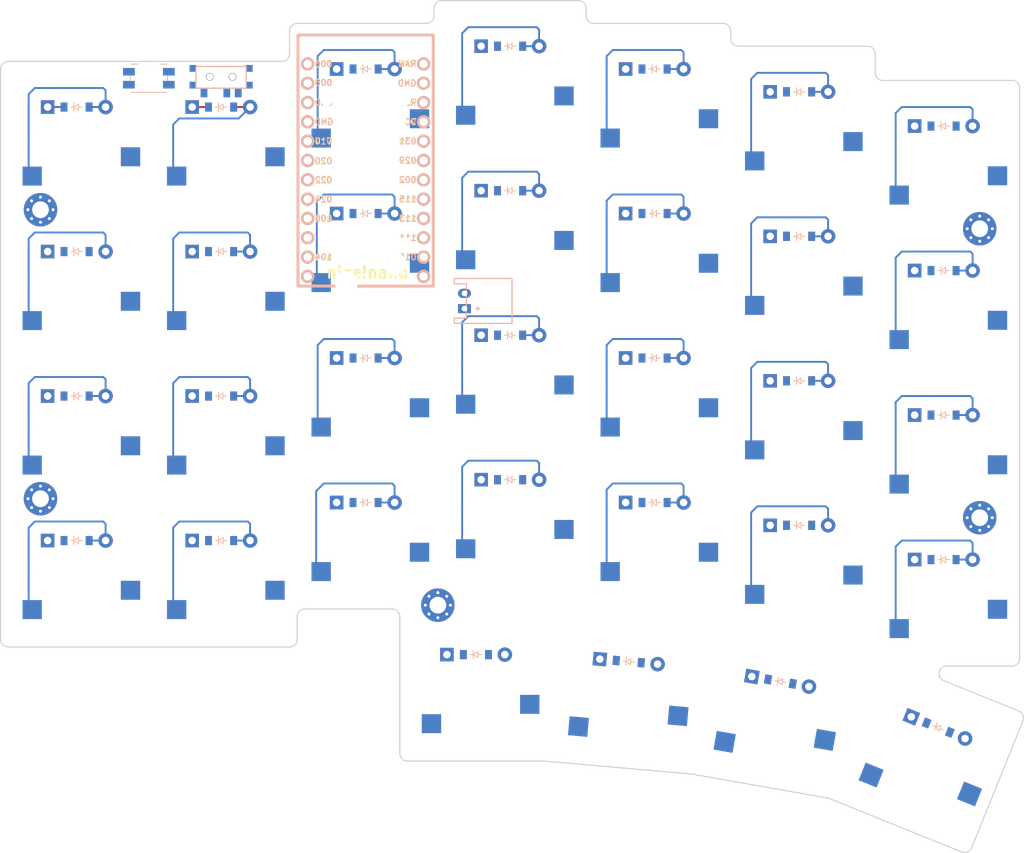
<source format=kicad_pcb>
(kicad_pcb (version 20240108) (generator "pcbnew") (generator_version "8.0")
  (title_block (title "altair") (rev "v1.0.0") (company "Unknown"))
  (layers (0 "F.Cu" signal) (31 "B.Cu" signal) (34 "B.Paste" user) (35 "F.Paste" user) (36 "B.SilkS" user "B.Silkscreen") (37 "F.SilkS" user "F.Silkscreen") (38 "B.Mask" user) (39 "F.Mask" user) (44 "Edge.Cuts" user))
  (net 0 "")
  (net 1 "left_bottom")
  (net 2 "left_home")
  (net 3 "left_top")
  (net 4 "left_num")
  (net 5 "pinky_bottom")
  (net 6 "pinky_home")
  (net 7 "pinky_top")
  (net 8 "pinky_num")
  (net 9 "ring_bottom")
  (net 10 "ring_home")
  (net 11 "ring_top")
  (net 12 "ring_num")
  (net 13 "middle_bottom")
  (net 14 "middle_home")
  (net 15 "middle_top")
  (net 16 "middle_num")
  (net 17 "index_bottom")
  (net 18 "index_home")
  (net 19 "index_top")
  (net 20 "index_num")
  (net 21 "inner_bottom")
  (net 22 "inner_home")
  (net 23 "inner_top")
  (net 24 "inner_num")
  (net 25 "right_bottom")
  (net 26 "right_home")
  (net 27 "right_top")
  (net 28 "right_num")
  (net 29 "left_thumb")
  (net 30 "home_thumb")
  (net 31 "far_thumb")
  (net 32 "out_thumb")
  (net 33 "RAW")
  (net 34 "GND")
  (net 35 "RST")
  (net 36 "VCC")
  (net 37 "P031")
  (net 38 "P029")
  (net 39 "P002")
  (net 40 "P115")
  (net 41 "P113")
  (net 42 "P111")
  (net 43 "P010")
  (net 44 "P009")
  (net 45 "P006")
  (net 46 "P008")
  (net 47 "P017")
  (net 48 "P020")
  (net 49 "P022")
  (net 50 "P024")
  (net 51 "P100")
  (net 52 "P011")
  (net 53 "P104")
  (net 54 "P106")
  (net 55 "pos")
  (footprint "E73:SPDT_C128955" (layer "F.Cu") (at 119 35.02)
    (property "Reference" "T1" (hide yes))
    (property "Value" "" (hide yes))
  )
  (footprint "ComboDiode" (layer "F.Cu") (at 195 75)
    (property "Reference" "D22" (hide yes))
    (property "Value" "" (hide yes))
  )
  (footprint "MX" (layer "F.Cu") (at 138 76 180)
    (property "Reference" "S10" (hide yes))
    (property "Value" "" (hide yes))
  )
  (footprint "MX" (layer "F.Cu") (at 195 60 180)
    (property "Reference" "S23" (hide yes))
    (property "Value" "" (hide yes))
  )
  (footprint "MX" (layer "F.Cu") (at 214 102.5 180)
    (property "Reference" "S25" (hide yes))
    (property "Value" "" (hide yes))
  )
  (footprint "MX" (layer "F.Cu") (at 100 81 180)
    (property "Reference" "S2" (hide yes))
    (property "Value" "" (hide yes))
  )
  (footprint "MX" (layer "F.Cu") (at 157 54 180)
    (property "Reference" "S15" (hide yes))
    (property "Value" "" (hide yes))
  )
  (footprint "ComboDiode" (layer "F.Cu") (at 100 96)
    (property "Reference" "D1" (hide yes))
    (property "Value" "" (hide yes))
  )
  (footprint "MX" (layer "F.Cu") (at 191.844304 118.485925 170)
    (property "Reference" "S31" (hide yes))
    (property "Value" "" (hide yes))
  )
  (footprint "MX" (layer "F.Cu") (at 214 45.5 180)
    (property "Reference" "S28" (hide yes))
    (property "Value" "" (hide yes))
  )
  (footprint "MX" (layer "F.Cu") (at 157 92 180)
    (property "Reference" "S13" (hide yes))
    (property "Value" "" (hide yes))
  )
  (footprint "nice_nano" (layer "F.Cu") (at 138 47.3 -90)
    (property "Reference" "MCU1" (hide yes))
    (property "Value" "nice_nano" (hide yes))
  )
  (footprint "MountingHole_2.2mm_M2_Pad_Via" (layer "F.Cu") (at 218.75 93)
    (property "Reference" "_5" (hide yes))
    (property "Value" "")
  )
  (footprint "MX" (layer "F.Cu") (at 100 62 180)
    (property "Reference" "S3" (hide yes))
    (property "Value" "" (hide yes))
  )
  (footprint "MX" (layer "F.Cu") (at 214 64.5 180)
    (property "Reference" "S27" (hide yes))
    (property "Value" "" (hide yes))
  )
  (footprint "ComboDiode" (layer "F.Cu") (at 192.538897 114.546694 -10)
    (property "Reference" "D31" (hide yes))
    (property "Value" "" (hide yes))
  )
  (footprint "ComboDiode" (layer "F.Cu") (at 157 88)
    (property "Reference" "D13" (hide yes))
    (property "Value" "" (hide yes))
  )
  (footprint "MX" (layer "F.Cu") (at 172.246349 115.905805 175)
    (property "Reference" "S30" (hide yes))
    (property "Value" "" (hide yes))
  )
  (footprint "MX" (layer "F.Cu") (at 119 43 180)
    (property "Reference" "S8" (hide yes))
    (property "Value" "" (hide yes))
  )
  (footprint "ComboDiode" (layer "F.Cu") (at 157 50)
    (property "Reference" "D15" (hide yes))
    (property "Value" "" (hide yes))
  )
  (footprint "MX" (layer "F.Cu") (at 138 57 180)
    (property "Reference" "S11" (hide yes))
    (property "Value" "" (hide yes))
  )
  (footprint "ComboDiode" (layer "F.Cu") (at 214 79.5)
    (property "Reference" "D26" (hide yes))
    (property "Value" "" (hide yes))
  )
  (footprint "ComboDiode" (layer "F.Cu") (at 119 58)
    (property "Reference" "D7" (hide yes))
    (property "Value" "" (hide yes))
  )
  (footprint "ComboDiode" (layer "F.Cu") (at 119 96)
    (property "Reference" "D5" (hide yes))
    (property "Value" "" (hide yes))
  )
  (footprint "ComboDiode" (layer "F.Cu") (at 157 69)
    (property "Reference" "D14" (hide yes))
    (property "Value" "" (hide yes))
  )
  (footprint "MountingHole_2.2mm_M2_Pad_Via" (layer "F.Cu") (at 147.5 104.5)
    (property "Reference" "_4" (hide yes))
    (property "Value" "")
  )
  (footprint "Panasonic_EVQPUL_EVQPUC" (layer "F.Cu") (at 109.5 35.21)
    (property "Reference" "B1" (hide yes))
    (property "Value" "Panasonic_EVQPUL_EVQPUC" (hide yes))
  )
  (footprint "ComboDiode" (layer "F.Cu") (at 214 60.5)
    (property "Reference" "D27" (hide yes))
    (property "Value" "" (hide yes))
  )
  (footprint "ComboDiode" (layer "F.Cu") (at 213.286464 120.604704 -22)
    (property "Reference" "D32" (hide yes))
    (property "Value" "" (hide yes))
  )
  (footprint "MX" (layer "F.Cu") (at 100 100 180)
    (property "Reference" "S1" (hide yes))
    (property "Value" "" (hide yes))
  )
  (footprint "MountingHole_2.2mm_M2_Pad_Via" (layer "F.Cu") (at 95.25 52.5)
    (property "Reference" "_1" (hide yes))
    (property "Value" "")
  )
  (footprint "MX" (layer "F.Cu") (at 100 43 180)
    (property "Reference" "S4" (hide yes))
    (property "Value" "" (hide yes))
  )
  (footprint "ComboDiode" (layer "F.Cu") (at 176 53)
    (property "Reference" "D19" (hide yes))
    (property "Value" "" (hide yes))
  )
  (footprint "ComboDiode" (layer "F.Cu") (at 214 98.5)
    (property "Reference" "D25" (hide yes))
    (property "Value" "" (hide yes))
  )
  (footprint "MX" (layer "F.Cu") (at 176 76 180)
    (property "Reference" "S18" (hide yes))
    (property "Value" "" (hide yes))
  )
  (footprint "MX" (layer "F.Cu") (at 195 98 180)
    (property "Reference" "S21" (hide yes))
    (property "Value" "" (hide yes))
  )
  (footprint "MX" (layer "F.Cu") (at 195 41 180)
    (property "Reference" "S24" (hide yes))
    (property "Value" "" (hide yes))
  )
  (footprint "ComboDiode" (layer "F.Cu") (at 195 56)
    (property "Reference" "D23" (hide yes))
    (property "Value" "" (hide yes))
  )
  (footprint "ComboDiode" (layer "F.Cu") (at 138 91)
    (property "Reference" "D9" (hide yes))
    (property "Value" "" (hide yes))
  )
  (footprint "ComboDiode" (layer "F.Cu") (at 138 53)
    (property "Reference" "D11" (hide yes))
    (property "Value" "" (hide yes))
  )
  (footprint "MX" (layer "F.Cu") (at 176 38 180)
    (property "Reference" "S20" (hide yes))
    (property "Value" "" (hide yes))
  )
  (footprint "MX" (layer "F.Cu") (at 152.5 115 180)
    (property "Reference" "S29" (hide yes))
    (property "Value" "" (hide yes))
  )
  (footprint "MX" (layer "F.Cu") (at 214 83.5 180)
    (property "Reference" "S26" (hide yes))
    (property "Value" "" (hide yes))
  )
  (footprint "ComboDiode" (layer "F.Cu") (at 176 34)
    (property "Reference" "D20" (hide yes))
    (property "Value" "" (hide yes))
  )
  (footprint "ComboDiode" (layer "F.Cu") (at 119 77)
    (property "Reference" "D6" (hide yes))
    (property "Value" "" (hide yes))
  )
  (footprint "MountingHole_2.2mm_M2_Pad_Via" (layer "F.Cu") (at 95.25 90.5)
    (property "Reference" "_3" (hide yes))
    (property "Value" "")
  )
  (footprint "MountingHole_2.2mm_M2_Pad_Via" (layer "F.Cu") (at 218.75 55)
    (property "Reference" "_2" (hide yes))
    (property "Value" "")
  )
  (footprint "MX" (layer "F.Cu") (at 119 62 180)
    (property "Reference" "S7" (hide yes))
    (property "Value" "" (hide yes))
  )
  (footprint "ComboDiode" (layer "F.Cu") (at 195 94)
    (property "Reference" "D21" (hide yes))
    (property "Value" "" (hide yes))
  )
  (footprint "ComboDiode" (layer "F.Cu") (at 152.5 111)
    (property "Reference" "D29" (hide yes))
    (property "Value" "" (hide yes))
  )
  (footprint "MX" (layer "F.Cu") (at 211.788038 124.31344 158)
    (property "Reference" "S32" (hide yes))
    (property "Value" "" (hide yes))
  )
  (footprint "MX" (layer "F.Cu") (at 138 95 180)
    (property "Reference" "S9" (hide yes))
    (property "Value" "" (hide yes))
  )
  (footprint "ComboDiode" (layer "F.Cu") (at 138 34)
    (property "Reference" "D12" (hide yes))
    (property "Value" "" (hide yes))
  )
  (footprint "JST_PH_S2B-PH-K_02x2.00mm_Angled" (layer "F.Cu") (at 151 64.5 90)
    (property "Reference" "JST1" (hide yes))
    (property "Value" "" (hide yes))
  )
  (footprint "MX" (layer "F.Cu") (at 119 100 180)
    (property "Reference" "S5" (hide yes))
    (property "Value" "" (hide yes))
  )
  (footprint "MX" (layer "F.Cu") (at 157 35 180)
    (property "Reference" "S16" (hide yes))
    (property "Value" "" (hide yes))
  )
  (footprint "ComboDiode" (layer "F.Cu") (at 100 58)
    (property "Reference" "D3" (hide yes))
    (property "Value" "" (hide yes))
  )
  (footprint "ComboDiode" (layer "F.Cu") (at 176 91)
    (property "Reference" "D17" (hide yes))
    (property "Value" "" (hide yes))
  )
  (footprint "ComboDiode" (layer "F.Cu") (at 100 77)
    (property "Reference" "D2" (hide yes))
    (property "Value" "" (hide yes))
  )
  (footprint "ComboDiode" (layer "F.Cu") (at 119 39)
    (property "Reference" "D8" (hide yes))
    (property "Value" "" (hide yes))
  )
  (footprint "ComboDiode" (layer "F.Cu") (at 100 39)
    (property "Reference" "D4" (hide yes))
    (property "Value" "" (hide yes))
  )
  (footprint "ComboDiode" (layer "F.Cu") (at 138 72)
    (property "Reference" "D10" (hide yes))
    (property "Value" "" (hide yes))
  )
  (footprint "MX" (layer "F.Cu") (at 119 81 180)
    (property "Reference" "S6" (hide yes))
    (property "Value" "" (hide yes))
  )
  (footprint "ComboDiode" (layer "F.Cu") (at 214 41.5)
    (property "Reference" "D28" (hide yes))
    (property "Value" "" (hide yes))
  )
  (footprint "MX" (layer "F.Cu") (at 195 79 180)
    (property "Reference" "S22" (hide yes))
    (property "Value" "" (hide yes))
  )
  (footprint "MX" (layer "F.Cu") (at 176 95 180)
    (property "Reference" "S17" (hide yes))
    (property "Value" "" (hide yes))
  )
  (footprint "ComboDiode" (layer "F.Cu") (at 157 31)
    (property "Reference" "D16" (hide yes))
    (property "Value" "" (hide yes))
  )
  (footprint "MX" (layer "F.Cu") (at 138 38 180)
    (property "Reference" "S12" (hide yes))
    (property "Value" "" (hide yes))
  )
  (footprint "MX" (layer "F.Cu") (at 157 73 180)
    (property "Reference" "S14" (hide yes))
    (property "Value" "" (hide yes))
  )
  (footprint "ComboDiode" (layer "F.Cu") (at 195 37)
    (property "Reference" "D24" (hide yes))
    (property "Value" "" (hide yes))
  )
  (footprint "ComboDiode" (layer "F.Cu") (at 172.594972 111.921026 -5)
    (property "Reference" "D30" (hide yes))
    (property "Value" "" (hide yes))
  )
  (footprint "MX" (layer "F.Cu") (at 176 57 180)
    (property "Reference" "S19" (hide yes))
    (property "Value" "" (hide yes))
  )
  (footprint "ComboDiode" (layer "F.Cu") (at 176 72)
    (property "Reference" "D18" (hide yes))
    (property "Value" "" (hide yes))
  )
  (gr_line (start 90 109) (end 90 34) (stroke (width 0.15)) (layer "Edge.Cuts"))
  (gr_line (start 206 35.5) (end 223 35.5) (stroke (width 0.15)) (layer "Edge.Cuts"))
  (gr_line (start 129 28) (end 146 28) (stroke (width 0.15)) (layer "Edge.Cuts"))
  (gr_arc (start 214.013368 114.427184) (mid 213.406348 113.309191) (end 214.387975 112.5) (stroke (width 0.15)) (layer "Edge.Cuts"))
  (gr_line (start 223.878758 118.41306) (end 214.013368 114.427184) (stroke (width 0.15)) (layer "Edge.Cuts"))
  (gr_line (start 142.5 124) (end 142.5 106) (stroke (width 0.15)) (layer "Edge.Cuts"))
  (gr_arc (start 185 28) (mid 185.707107 28.292893) (end 186 29) (stroke (width 0.15)) (layer "Edge.Cuts"))
  (gr_arc (start 128 32) (mid 127.707107 32.707107) (end 127 33) (stroke (width 0.15)) (layer "Edge.Cuts"))
  (gr_line (start 161.499834 125.003805) (end 180.751649 126.688121) (stroke (width 0.15)) (layer "Edge.Cuts"))
  (gr_arc (start 128 29) (mid 128.292893 28.292893) (end 129 28) (stroke (width 0.15)) (layer "Edge.Cuts"))
  (gr_arc (start 223.878759 118.41306) (mid 224.424657 118.949513) (end 224.431336 119.714851) (stroke (width 0.15)) (layer "Edge.Cuts"))
  (gr_arc (start 147 26) (mid 147.292893 25.292893) (end 148 25) (stroke (width 0.15)) (layer "Edge.Cuts"))
  (gr_line (start 205 34.5) (end 205 32) (stroke (width 0.15)) (layer "Edge.Cuts"))
  (gr_line (start 128 29) (end 128 32) (stroke (width 0.15)) (layer "Edge.Cuts"))
  (gr_arc (start 143.5 125) (mid 142.792893 124.707107) (end 142.5 124) (stroke (width 0.15)) (layer "Edge.Cuts"))
  (gr_arc (start 223 35.5) (mid 223.707107 35.792893) (end 224 36.5) (stroke (width 0.15)) (layer "Edge.Cuts"))
  (gr_line (start 224 111.5) (end 224 36.5) (stroke (width 0.15)) (layer "Edge.Cuts"))
  (gr_arc (start 224 111.5) (mid 223.707107 112.207107) (end 223 112.5) (stroke (width 0.15)) (layer "Edge.Cuts"))
  (gr_arc (start 217.688416 136.40416) (mid 217.151964 136.950058) (end 216.386627 136.956737) (stroke (width 0.15)) (layer "Edge.Cuts"))
  (gr_arc (start 129 109) (mid 128.707107 109.707107) (end 128 110) (stroke (width 0.15)) (layer "Edge.Cuts"))
  (gr_line (start 168 28) (end 185 28) (stroke (width 0.15)) (layer "Edge.Cuts"))
  (gr_line (start 143.5 125) (end 161.412678 125) (stroke (width 0.15)) (layer "Edge.Cuts"))
  (gr_line (start 91 33) (end 127 33) (stroke (width 0.15)) (layer "Edge.Cuts"))
  (gr_line (start 130 105) (end 141.5 105) (stroke (width 0.15)) (layer "Edge.Cuts"))
  (gr_arc (start 141.5 105) (mid 142.207107 105.292893) (end 142.5 106) (stroke (width 0.15)) (layer "Edge.Cuts"))
  (gr_arc (start 187 31) (mid 186.292893 30.707107) (end 186 30) (stroke (width 0.15)) (layer "Edge.Cuts"))
  (gr_arc (start 206 35.5) (mid 205.292893 35.207107) (end 205 34.5) (stroke (width 0.15)) (layer "Edge.Cuts"))
  (gr_arc (start 147 27) (mid 146.707107 27.707107) (end 146 28) (stroke (width 0.15)) (layer "Edge.Cuts"))
  (gr_arc (start 204 31) (mid 204.707107 31.292893) (end 205 32) (stroke (width 0.15)) (layer "Edge.Cuts"))
  (gr_arc (start 198.764077 129.860334) (mid 198.866066 129.88388) (end 198.965035 129.917958) (stroke (width 0.15)) (layer "Edge.Cuts"))
  (gr_arc (start 168 28) (mid 167.292893 27.707107) (end 167 27) (stroke (width 0.15)) (layer "Edge.Cuts"))
  (gr_line (start 198.965035 129.917958) (end 216.386627 136.956737) (stroke (width 0.15)) (layer "Edge.Cuts"))
  (gr_line (start 147 26) (end 147 27) (stroke (width 0.15)) (layer "Edge.Cuts"))
  (gr_arc (start 129 106) (mid 129.292893 105.292893) (end 130 105) (stroke (width 0.15)) (layer "Edge.Cuts"))
  (gr_line (start 186 30) (end 186 29) (stroke (width 0.15)) (layer "Edge.Cuts"))
  (gr_line (start 214.387975 112.5) (end 223 112.5) (stroke (width 0.15)) (layer "Edge.Cuts"))
  (gr_line (start 217.688417 136.40416) (end 224.431336 119.714851) (stroke (width 0.15)) (layer "Edge.Cuts"))
  (gr_arc (start 91 110) (mid 90.292893 109.707107) (end 90 109) (stroke (width 0.15)) (layer "Edge.Cuts"))
  (gr_line (start 167 27) (end 167 26) (stroke (width 0.15)) (layer "Edge.Cuts"))
  (gr_line (start 180.838142 126.699508) (end 198.764077 129.860334) (stroke (width 0.15)) (layer "Edge.Cuts"))
  (gr_arc (start 166 25) (mid 166.707107 25.292893) (end 167 26) (stroke (width 0.15)) (layer "Edge.Cuts"))
  (gr_arc (start 90 34) (mid 90.292893 33.292893) (end 91 33) (stroke (width 0.15)) (layer "Edge.Cuts"))
  (gr_line (start 91 110) (end 128 110) (stroke (width 0.15)) (layer "Edge.Cuts"))
  (gr_line (start 166 25) (end 148 25) (stroke (width 0.15)) (layer "Edge.Cuts"))
  (gr_arc (start 161.412678 125) (mid 161.456298 125.000952) (end 161.499834 125.003805) (stroke (width 0.15)) (layer "Edge.Cuts"))
  (gr_line (start 187 31) (end 204 31) (stroke (width 0.15)) (layer "Edge.Cuts"))
  (gr_line (start 129 109) (end 129 106) (stroke (width 0.15)) (layer "Edge.Cuts"))
  (gr_arc (start 180.751649 126.688121) (mid 180.79502 126.692871) (end 180.838142 126.699508) (stroke (width 0.15)) (layer "Edge.Cuts"))
  (segment (start 96.19 39) (end 98.35 39) (width 0.25) (layer "F.Cu") (net 0))
  (segment (start 115.19 39) (end 117.35 39) (width 0.25) (layer "F.Cu") (net 0))
  (segment (start 96.19 39) (end 98.35 39) (width 0.25) (layer "B.Cu") (net 0))
  (segment (start 103.5 93.5) (end 94.5 93.5) (width 0.25) (layer "B.Cu") (net 1))
  (segment (start 103.81 96) (end 103.81 93.81) (width 0.25) (layer "B.Cu") (net 1))
  (segment (start 101.65 96) (end 103.81 96) (width 0.25) (layer "B.Cu") (net 1))
  (segment (start 93.6941 104.6161) (end 94.158 105.08) (width 0.25) (layer "B.Cu") (net 1))
  (segment (start 94.5 93.5) (end 93.6941 94.3059) (width 0.25) (layer "B.Cu") (net 1))
  (segment (start 103.81 93.81) (end 103.5 93.5) (width 0.25) (layer "B.Cu") (net 1))
  (segment (start 93.6941 94.3059) (end 93.6941 104.6161) (width 0.25) (layer "B.Cu") (net 1))
  (segment (start 93.6941 85.6161) (end 94.158 86.08) (width 0.25) (layer "B.Cu") (net 2))
  (segment (start 103.5 74.5) (end 94.5 74.5) (width 0.25) (layer "B.Cu") (net 2))
  (segment (start 101.65 77) (end 103.81 77) (width 0.25) (layer "B.Cu") (net 2))
  (segment (start 93.6941 75.3059) (end 93.6941 85.6161) (width 0.25) (layer "B.Cu") (net 2))
  (segment (start 94.5 74.5) (end 93.6941 75.3059) (width 0.25) (layer "B.Cu") (net 2))
  (segment (start 103.81 74.81) (end 103.5 74.5) (width 0.25) (layer "B.Cu") (net 2))
  (segment (start 103.81 77) (end 103.81 74.81) (width 0.25) (layer "B.Cu") (net 2))
  (segment (start 103.81 58) (end 103.81 55.81) (width 0.25) (layer "B.Cu") (net 3))
  (segment (start 103.5 55.5) (end 94.5 55.5) (width 0.25) (layer "B.Cu") (net 3))
  (segment (start 94.5 55.5) (end 93.6941 56.3059) (width 0.25) (layer "B.Cu") (net 3))
  (segment (start 103.81 55.81) (end 103.5 55.5) (width 0.25) (layer "B.Cu") (net 3))
  (segment (start 93.6941 66.6161) (end 94.158 67.08) (width 0.25) (layer "B.Cu") (net 3))
  (segment (start 93.6941 56.3059) (end 93.6941 66.6161) (width 0.25) (layer "B.Cu") (net 3))
  (segment (start 101.65 39) (end 103.81 39) (width 0.25) (layer "F.Cu") (net 4))
  (segment (start 103.81 39) (end 103.81 36.81) (width 0.25) (layer "B.Cu") (net 4))
  (segment (start 93.6941 47.6161) (end 94.158 48.08) (width 0.25) (layer "B.Cu") (net 4))
  (segment (start 103.5 36.5) (end 94.5 36.5) (width 0.25) (layer "B.Cu") (net 4))
  (segment (start 103.81 36.81) (end 103.5 36.5) (width 0.25) (layer "B.Cu") (net 4))
  (segment (start 94.5 36.5) (end 93.6941 37.3059) (width 0.25) (layer "B.Cu") (net 4))
  (segment (start 101.65 39) (end 103.81 39) (width 0.25) (layer "B.Cu") (net 4))
  (segment (start 93.6941 37.3059) (end 93.6941 47.6161) (width 0.25) (layer "B.Cu") (net 4))
  (segment (start 120.65 96) (end 122.81 96) (width 0.25) (layer "B.Cu") (net 5))
  (segment (start 122.81 96) (end 122.81 93.81) (width 0.25) (layer "B.Cu") (net 5))
  (segment (start 112.6941 104.6161) (end 113.158 105.08) (width 0.25) (layer "B.Cu") (net 5))
  (segment (start 122.5 93.5) (end 113.5 93.5) (width 0.25) (layer "B.Cu") (net 5))
  (segment (start 112.6941 94.3059) (end 112.6941 104.6161) (width 0.25) (layer "B.Cu") (net 5))
  (segment (start 122.81 93.81) (end 122.5 93.5) (width 0.25) (layer "B.Cu") (net 5))
  (segment (start 113.5 93.5) (end 112.6941 94.3059) (width 0.25) (layer "B.Cu") (net 5))
  (segment (start 112.6941 85.6161) (end 113.158 86.08) (width 0.25) (layer "B.Cu") (net 6))
  (segment (start 112.6941 75.3059) (end 112.6941 85.6161) (width 0.25) (layer "B.Cu") (net 6))
  (segment (start 122.81 74.81) (end 122.5 74.5) (width 0.25) (layer "B.Cu") (net 6))
  (segment (start 122.81 77) (end 122.81 74.81) (width 0.25) (layer "B.Cu") (net 6))
  (segment (start 120.65 77) (end 122.81 77) (width 0.25) (layer "B.Cu") (net 6))
  (segment (start 113.5 74.5) (end 112.6941 75.3059) (width 0.25) (layer "B.Cu") (net 6))
  (segment (start 122.5 74.5) (end 113.5 74.5) (width 0.25) (layer "B.Cu") (net 6))
  (segment (start 122.81 58) (end 122.81 55.81) (width 0.25) (layer "B.Cu") (net 7))
  (segment (start 122.81 58) (end 120.65 58) (width 0.25) (layer "B.Cu") (net 7))
  (segment (start 112.6941 56.3059) (end 112.6941 66.6161) (width 0.25) (layer "B.Cu") (net 7))
  (segment (start 122.5 55.5) (end 113.5 55.5) (width 0.25) (layer "B.Cu") (net 7))
  (segment (start 122.81 55.81) (end 122.5 55.5) (width 0.25) (layer "B.Cu") (net 7))
  (segment (start 112.6941 66.6161) (end 113.158 67.08) (width 0.25) (layer "B.Cu") (net 7))
  (segment (start 113.5 55.5) (end 112.6941 56.3059) (width 0.25) (layer "B.Cu") (net 7))
  (segment (start 120.65 39) (end 122.81 39) (width 0.25) (layer "F.Cu") (net 8))
  (segment (start 121.31 40.5) (end 113.5 40.5) (width 0.25) (layer "B.Cu") (net 8))
  (segment (start 112.6941 47.6161) (end 113.158 48.08) (width 0.25) (layer "B.Cu") (net 8))
  (segment (start 122.81 39) (end 121.31 40.5) (width 0.25) (layer "B.Cu") (net 8))
  (segment (start 112.6941 41.3059) (end 112.6941 47.6161) (width 0.25) (layer "B.Cu") (net 8))
  (segment (start 113.5 40.5) (end 112.6941 41.3059) (width 0.25) (layer "B.Cu") (net 8))
  (segment (start 131.5 99.422) (end 132.158 100.08) (width 0.25) (layer "B.Cu") (net 9))
  (segment (start 141.81 91) (end 141.81 88.81) (width 0.25) (layer "B.Cu") (net 9))
  (segment (start 139.65 91) (end 141.81 91) (width 0.25) (layer "B.Cu") (net 9))
  (segment (start 131.5 89.5) (end 131.5 99.422) (width 0.25) (layer "B.Cu") (net 9))
  (segment (start 141.81 88.81) (end 141.5 88.5) (width 0.25) (layer "B.Cu") (net 9))
  (segment (start 132.5 88.5) (end 131.5 89.5) (width 0.25) (layer "B.Cu") (net 9))
  (segment (start 141.5 88.5) (end 132.5 88.5) (width 0.25) (layer "B.Cu") (net 9))
  (segment (start 131.6941 70.3059) (end 131.6941 80.6161) (width 0.25) (layer "B.Cu") (net 10))
  (segment (start 139.65 72) (end 141.81 72) (width 0.25) (layer "B.Cu") (net 10))
  (segment (start 141.81 72) (end 141.81 69.81) (width 0.25) (layer "B.Cu") (net 10))
  (segment (start 132.5 69.5) (end 131.6941 70.3059) (width 0.25) (layer "B.Cu") (net 10))
  (segment (start 141.81 69.81) (end 141.5 69.5) (width 0.25) (layer "B.Cu") (net 10))
  (segment (start 141.5 69.5) (end 132.5 69.5) (width 0.25) (layer "B.Cu") (net 10))
  (segment (start 131.6941 80.6161) (end 132.158 81.08) (width 0.25) (layer "B.Cu") (net 10))
  (segment (start 141.81 50.81) (end 141.5 50.5) (width 0.25) (layer "B.Cu") (net 11))
  (segment (start 141.5 50.5) (end 132.5 50.5) (width 0.25) (layer "B.Cu") (net 11))
  (segment (start 132.5 50.5) (end 131.5813 51.4187) (width 0.25) (layer "B.Cu") (net 11))
  (segment (start 139.65 53) (end 141.81 53) (width 0.25) (layer "B.Cu") (net 11))
  (segment (start 131.5813 61.5033) (end 132.158 62.08) (width 0.25) (layer "B.Cu") (net 11))
  (segment (start 131.5813 51.4187) (end 131.5813 61.5033) (width 0.25) (layer "B.Cu") (net 11))
  (segment (start 141.81 53) (end 141.81 50.81) (width 0.25) (layer "B.Cu") (net 11))
  (segment (start 131.6941 32.3059) (end 131.6941 42.6161) (width 0.25) (layer "B.Cu") (net 12))
  (segment (start 141.81 34) (end 141.81 31.81) (width 0.25) (layer "B.Cu") (net 12))
  (segment (start 131.6941 42.6161) (end 132.158 43.08) (width 0.25) (layer "B.Cu") (net 12))
  (segment (start 132.5 31.5) (end 131.6941 32.3059) (width 0.25) (layer "B.Cu") (net 12))
  (segment (start 139.65 34) (end 141.81 34) (width 0.25) (layer "B.Cu") (net 12))
  (segment (start 141.5 31.5) (end 132.5 31.5) (width 0.25) (layer "B.Cu") (net 12))
  (segment (start 141.81 31.81) (end 141.5 31.5) (width 0.25) (layer "B.Cu") (net 12))
  (segment (start 160.81 85.81) (end 160.5 85.5) (width 0.25) (layer "B.Cu") (net 13))
  (segment (start 150.6941 86.3059) (end 150.6941 96.6161) (width 0.25) (layer "B.Cu") (net 13))
  (segment (start 160.5 85.5) (end 151.5 85.5) (width 0.25) (layer "B.Cu") (net 13))
  (segment (start 150.6941 96.6161) (end 151.158 97.08) (width 0.25) (layer "B.Cu") (net 13))
  (segment (start 151.5 85.5) (end 150.6941 86.3059) (width 0.25) (layer "B.Cu") (net 13))
  (segment (start 160.81 88) (end 160.81 85.81) (width 0.25) (layer "B.Cu") (net 13))
  (segment (start 160.5 66.5) (end 151.5 66.5) (width 0.25) (layer "B.Cu") (net 14))
  (segment (start 150.6941 77.6161) (end 151.158 78.08) (width 0.25) (layer "B.Cu") (net 14))
  (segment (start 160.81 69) (end 160.81 66.81) (width 0.25) (layer "B.Cu") (net 14))
  (segment (start 151.5 66.5) (end 150.6941 67.3059) (width 0.25) (layer "B.Cu") (net 14))
  (segment (start 158.65 69) (end 160.81 69) (width 0.25) (layer "B.Cu") (net 14))
  (segment (start 160.81 66.81) (end 160.5 66.5) (width 0.25) (layer "B.Cu") (net 14))
  (segment (start 150.6941 67.3059) (end 150.6941 77.6161) (width 0.25) (layer "B.Cu") (net 14))
  (segment (start 151.5 47.5) (end 150.6941 48.3059) (width 0.25) (layer "B.Cu") (net 15))
  (segment (start 150.6941 58.6161) (end 151.158 59.08) (width 0.25) (layer "B.Cu") (net 15))
  (segment (start 158.65 50) (end 160.81 50) (width 0.25) (layer "B.Cu") (net 15))
  (segment (start 160.81 50) (end 160.81 47.81) (width 0.25) (layer "B.Cu") (net 15))
  (segment (start 160.5 47.5) (end 151.5 47.5) (width 0.25) (layer "B.Cu") (net 15))
  (segment (start 160.81 47.81) (end 160.5 47.5) (width 0.25) (layer "B.Cu") (net 15))
  (segment (start 150.6941 48.3059) (end 150.6941 58.6161) (width 0.25) (layer "B.Cu") (net 15))
  (segment (start 160.81 28.81) (end 160.5 28.5) (width 0.25) (layer "B.Cu") (net 16))
  (segment (start 160.81 31) (end 160.81 28.81) (width 0.25) (layer "B.Cu") (net 16))
  (segment (start 150.6941 39.6161) (end 151.158 40.08) (width 0.25) (layer "B.Cu") (net 16))
  (segment (start 150.6941 29.3059) (end 150.6941 39.6161) (width 0.25) (layer "B.Cu") (net 16))
  (segment (start 160.5 28.5) (end 151.5 28.5) (width 0.25) (layer "B.Cu") (net 16))
  (segment (start 151.5 28.5) (end 150.6941 29.3059) (width 0.25) (layer "B.Cu") (net 16))
  (segment (start 158.65 31) (end 160.81 31) (width 0.25) (layer "B.Cu") (net 16))
  (segment (start 179.81 88.81) (end 179.5 88.5) (width 0.25) (layer "B.Cu") (net 17))
  (segment (start 179.81 91) (end 179.81 88.81) (width 0.25) (layer "B.Cu") (net 17))
  (segment (start 179.5 88.5) (end 170.5 88.5) (width 0.25) (layer "B.Cu") (net 17))
  (segment (start 170.5 88.5) (end 169.6941 89.3059) (width 0.25) (layer "B.Cu") (net 17))
  (segment (start 177.65 91) (end 179.81 91) (width 0.25) (layer "B.Cu") (net 17))
  (segment (start 169.6941 89.3059) (end 169.6941 99.6161) (width 0.25) (layer "B.Cu") (net 17))
  (segment (start 169.6941 99.6161) (end 170.158 100.08) (width 0.25) (layer "B.Cu") (net 17))
  (segment (start 179.81 72) (end 179.81 69.81) (width 0.25) (layer "B.Cu") (net 18))
  (segment (start 169.6941 70.3059) (end 169.6941 80.6161) (width 0.25) (layer "B.Cu") (net 18))
  (segment (start 170.5 69.5) (end 169.6941 70.3059) (width 0.25) (layer "B.Cu") (net 18))
  (segment (start 177.65 72) (end 179.81 72) (width 0.25) (layer "B.Cu") (net 18))
  (segment (start 179.81 69.81) (end 179.5 69.5) (width 0.25) (layer "B.Cu") (net 18))
  (segment (start 169.6941 80.6161) (end 170.158 81.08) (width 0.25) (layer "B.Cu") (net 18))
  (segment (start 179.5 69.5) (end 170.5 69.5) (width 0.25) (layer "B.Cu") (net 18))
  (segment (start 179.81 50.81) (end 179.5 50.5) (width 0.25) (layer "B.Cu") (net 19))
  (segment (start 179.5 50.5) (end 170.5 50.5) (width 0.25) (layer "B.Cu") (net 19))
  (segment (start 169.6941 61.6161) (end 170.158 62.08) (width 0.25) (layer "B.Cu") (net 19))
  (segment (start 169.6941 51.3059) (end 169.6941 61.6161) (width 0.25) (layer "B.Cu") (net 19))
  (segment (start 170.5 50.5) (end 169.6941 51.3059) (width 0.25) (layer "B.Cu") (net 19))
  (segment (start 179.81 53) (end 179.81 50.81) (width 0.25) (layer "B.Cu") (net 19))
  (segment (start 177.65 53) (end 179.81 53) (width 0.25) (layer "B.Cu") (net 19))
  (segment (start 179.5 31.5) (end 170.5 31.5) (width 0.25) (layer "B.Cu") (net 20))
  (segment (start 169.6941 42.6161) (end 170.158 43.08) (width 0.25) (layer "B.Cu") (net 20))
  (segment (start 179.81 31.81) (end 179.5 31.5) (width 0.25) (layer "B.Cu") (net 20))
  (segment (start 169.6941 32.3059) (end 169.6941 42.6161) (width 0.25) (layer "B.Cu") (net 20))
  (segment (start 170.5 31.5) (end 169.6941 32.3059) (width 0.25) (layer "B.Cu") (net 20))
  (segment (start 179.81 34) (end 179.81 31.81) (width 0.25) (layer "B.Cu") (net 20))
  (segment (start 177.65 34) (end 179.81 34) (width 0.25) (layer "B.Cu") (net 20))
  (segment (start 198.81 91.81) (end 198.5 91.5) (width 0.25) (layer "B.Cu") (net 21))
  (segment (start 188.6941 102.6161) (end 189.158 103.08) (width 0.25) (layer "B.Cu") (net 21))
  (segment (start 198.5 91.5) (end 189.5 91.5) (width 0.25) (layer "B.Cu") (net 21))
  (segment (start 189.5 91.5) (end 188.6941 92.3059) (width 0.25) (layer "B.Cu") (net 21))
  (segment (start 198.81 94) (end 198.81 91.81) (width 0.25) (layer "B.Cu") (net 21))
  (segment (start 188.6941 92.3059) (end 188.6941 102.6161) (width 0.25) (layer "B.Cu") (net 21))
  (segment (start 198.5 72.5) (end 189.5 72.5) (width 0.25) (layer "B.Cu") (net 22))
  (segment (start 188.6941 83.6161) (end 189.158 84.08) (width 0.25) (layer "B.Cu") (net 22))
  (segment (start 188.6941 73.3059) (end 188.6941 83.6161) (width 0.25) (layer "B.Cu") (net 22))
  (segment (start 189.5 72.5) (end 188.6941 73.3059) (width 0.25) (layer "B.Cu") (net 22))
  (segment (start 198.81 75) (end 198.81 72.81) (width 0.25) (layer "B.Cu") (net 22))
  (segment (start 198.81 72.81) (end 198.5 72.5) (width 0.25) (layer "B.Cu") (net 22))
  (segment (start 196.65 75) (end 198.81 75) (width 0.25) (layer "B.Cu") (net 22))
  (segment (start 188.6941 64.6161) (end 189.158 65.08) (width 0.25) (layer "B.Cu") (net 23))
  (segment (start 198.81 53.81) (end 198.5 53.5) (width 0.25) (layer "B.Cu") (net 23))
  (segment (start 189.5 53.5) (end 188.6941 54.3059) (width 0.25) (layer "B.Cu") (net 23))
  (segment (start 196.65 56) (end 198.81 56) (width 0.25) (layer "B.Cu") (net 23))
  (segment (start 198.81 56) (end 198.81 53.81) (width 0.25) (layer "B.Cu") (net 23))
  (segment (start 188.6941 54.3059) (end 188.6941 64.6161) (width 0.25) (layer "B.Cu") (net 23))
  (segment (start 198.5 53.5) (end 189.5 53.5) (width 0.25) (layer "B.Cu") (net 23))
  (segment (start 189.5 34.5) (end 188.6941 35.3059) (width 0.25) (layer "B.Cu") (net 24))
  (segment (start 188.6941 35.3059) (end 188.6941 45.6161) (width 0.25) (layer "B.Cu") (net 24))
  (segment (start 198.81 34.81) (end 198.5 34.5) (width 0.25) (layer "B.Cu") (net 24))
  (segment (start 198.5 34.5) (end 189.5 34.5) (width 0.25) (layer "B.Cu") (net 24))
  (segment (start 196.65 37) (end 198.81 37) (width 0.25) (layer "B.Cu") (net 24))
  (segment (start 198.81 37) (end 198.81 34.81) (width 0.25) (layer "B.Cu") (net 24))
  (segment (start 188.6941 45.6161) (end 189.158 46.08) (width 0.25) (layer "B.Cu") (net 24))
  (segment (start 208.5 96) (end 207.6941 96.8059) (width 0.25) (layer "B.Cu") (net 25))
  (segment (start 215.65 98.5) (end 217.81 98.5) (width 0.25) (layer "B.Cu") (net 25))
  (segment (start 217.81 98.5) (end 217.81 96.31) (width 0.25) (layer "B.Cu") (net 25))
  (segment (start 217.5 96) (end 208.5 96) (width 0.25) (layer "B.Cu") (net 25))
  (segment (start 207.6941 107.1161) (end 208.158 107.58) (width 0.25) (layer "B.Cu") (net 25))
  (segment (start 207.6941 96.8059) (end 207.6941 107.1161) (width 0.25) (layer "B.Cu") (net 25))
  (segment (start 217.81 96.31) (end 217.5 96) (width 0.25) (layer "B.Cu") (net 25))
  (segment (start 207.6941 77.8059) (end 207.6941 88.1161) (width 0.25) (layer "B.Cu") (net 26))
  (segment (start 217.81 77.31) (end 217.5 77) (width 0.25) (layer "B.Cu") (net 26))
  (segment (start 217.5 77) (end 208.5 77) (width 0.25) (layer "B.Cu") (net 26))
  (segment (start 217.81 79.5) (end 217.81 77.31) (width 0.25) (layer "B.Cu") (net 26))
  (segment (start 215.65 79.5) (end 217.81 79.5) (width 0.25) (layer "B.Cu") (net 26))
  (segment (start 208.5 77) (end 207.6941 77.8059) (width 0.25) (layer "B.Cu") (net 26))
  (segment (start 207.6941 88.1161) (end 208.158 88.58) (width 0.25) (layer "B.Cu") (net 26))
  (segment (start 217.81 60.5) (end 217.81 58.31) (width 0.25) (layer "B.Cu") (net 27))
  (segment (start 217.5 58) (end 208.5 58) (width 0.25) (layer "B.Cu") (net 27))
  (segment (start 207.6941 69.1161) (end 208.158 69.58) (width 0.25) (layer "B.Cu") (net 27))
  (segment (start 208.5 58) (end 207.6941 58.8059) (width 0.25) (layer "B.Cu") (net 27))
  (segment (start 217.81 58.31) (end 217.5 58) (width 0.25) (layer "B.Cu") (net 27))
  (segment (start 215.65 60.5) (end 217.81 60.5) (width 0.25) (layer "B.Cu") (net 27))
  (segment (start 207.6941 58.8059) (end 207.6941 69.1161) (width 0.25) (layer "B.Cu") (net 27))
  (segment (start 208.5 39) (end 207.6941 39.8059) (width 0.25) (layer "B.Cu") (net 28))
  (segment (start 207.6941 39.8059) (end 207.6941 50.1161) (width 0.25) (layer "B.Cu") (net 28))
  (segment (start 217.5 39) (end 208.5 39) (width 0.25) (layer "B.Cu") (net 28))
  (segment (start 217.81 39.31) (end 217.5 39) (width 0.25) (layer "B.Cu") (net 28))
  (segment (start 217.81 41.5) (end 217.81 39.31) (width 0.25) (layer "B.Cu") (net 28))
  (segment (start 207.6941 50.1161) (end 208.158 50.58) (width 0.25) (layer "B.Cu") (net 28))
)
</source>
